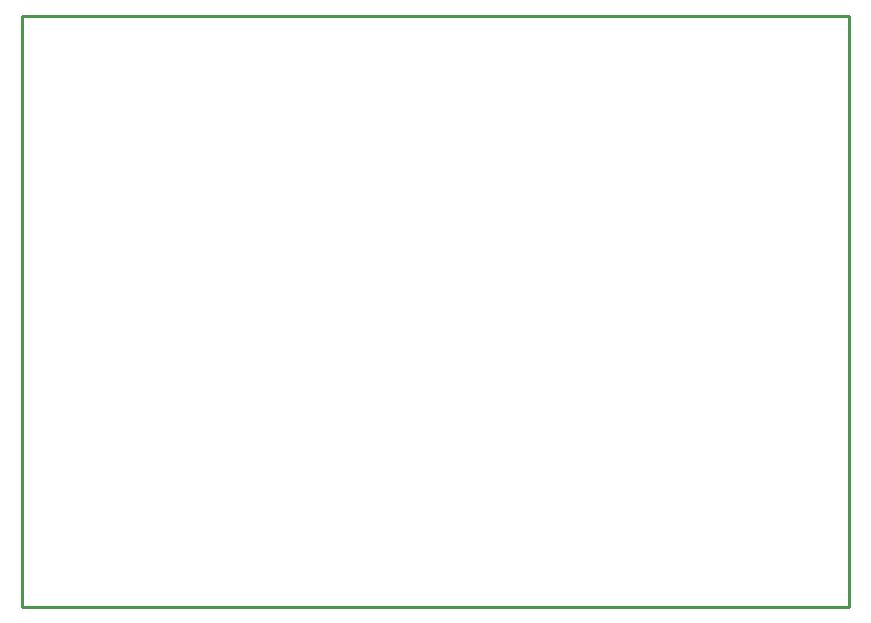
<source format=gm1>
G04*
G04 #@! TF.GenerationSoftware,Altium Limited,Altium Designer,22.8.2 (66)*
G04*
G04 Layer_Color=16711935*
%FSLAX42Y42*%
%MOMM*%
G71*
G04*
G04 #@! TF.SameCoordinates,DC65C484-324B-465E-8F3B-FD5F0C8E9CB4*
G04*
G04*
G04 #@! TF.FilePolarity,Positive*
G04*
G01*
G75*
%ADD14C,0.25*%
%ADD50C,0.00*%
D14*
X7000D01*
X0Y5000D02*
X7000D01*
Y0D02*
Y5000D01*
X0Y0D02*
Y5000D01*
D50*
Y0D02*
X7000D01*
Y5000D01*
X0D02*
X7000D01*
X0Y0D02*
Y5000D01*
Y0D02*
X7000D01*
Y5000D01*
X0D02*
X7000D01*
X0Y0D02*
Y5000D01*
M02*

</source>
